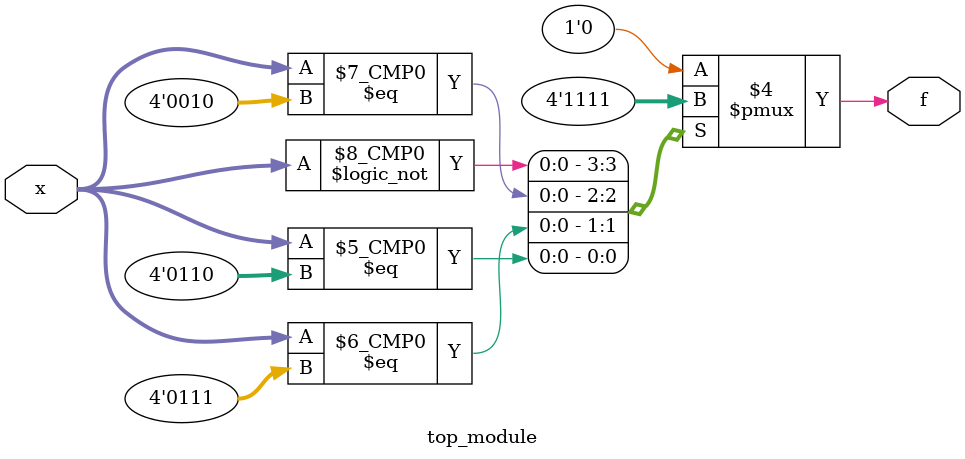
<source format=sv>
module top_module (
	input [4:1] x,
	output logic f
);

always_comb begin
	case(x)
		4'b0000: f = 1'b1;
		4'b0001: f = 1'b0;
		4'b0011: f = 1'b0;
		4'b0010: f = 1'b1;
		4'b0111: f = 1'b1;
		4'b0110: f = 1'b1;
		4'b0100: f = 1'b0;
		default: f = 1'b0;
	endcase
end

endmodule

</source>
